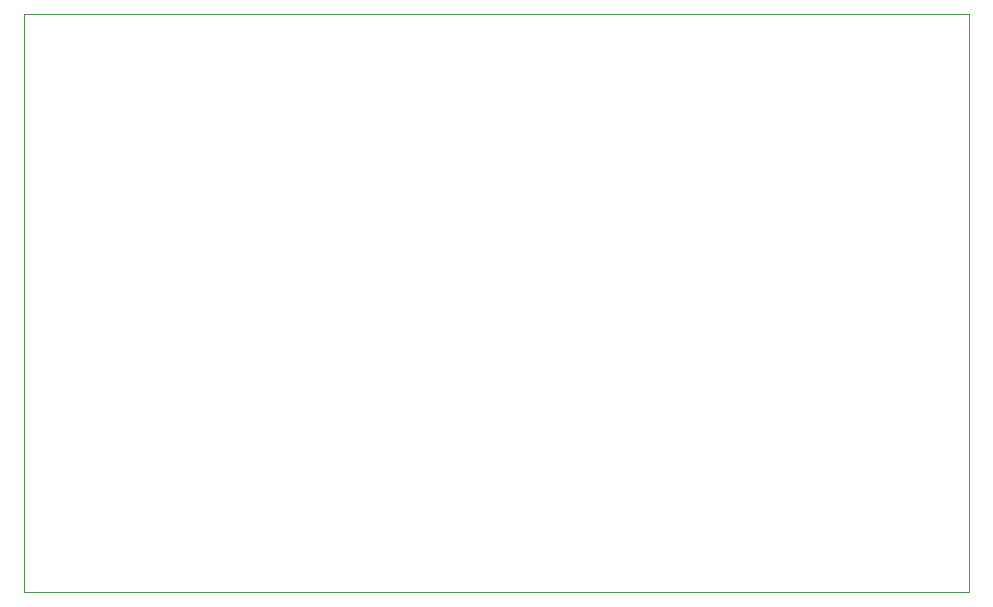
<source format=gbr>
G04 #@! TF.GenerationSoftware,KiCad,Pcbnew,(5.1.4)-1*
G04 #@! TF.CreationDate,2019-11-08T14:44:36+01:00*
G04 #@! TF.ProjectId,BLDC_4,424c4443-5f34-42e6-9b69-6361645f7063,rev?*
G04 #@! TF.SameCoordinates,Original*
G04 #@! TF.FileFunction,Profile,NP*
%FSLAX46Y46*%
G04 Gerber Fmt 4.6, Leading zero omitted, Abs format (unit mm)*
G04 Created by KiCad (PCBNEW (5.1.4)-1) date 2019-11-08 14:44:36*
%MOMM*%
%LPD*%
G04 APERTURE LIST*
%ADD10C,0.100000*%
G04 APERTURE END LIST*
D10*
X212725000Y-55880000D02*
X132715000Y-55880000D01*
X212725000Y-104775000D02*
X212725000Y-55880000D01*
X132715000Y-104775000D02*
X212725000Y-104775000D01*
X132715000Y-55880000D02*
X132715000Y-104775000D01*
M02*

</source>
